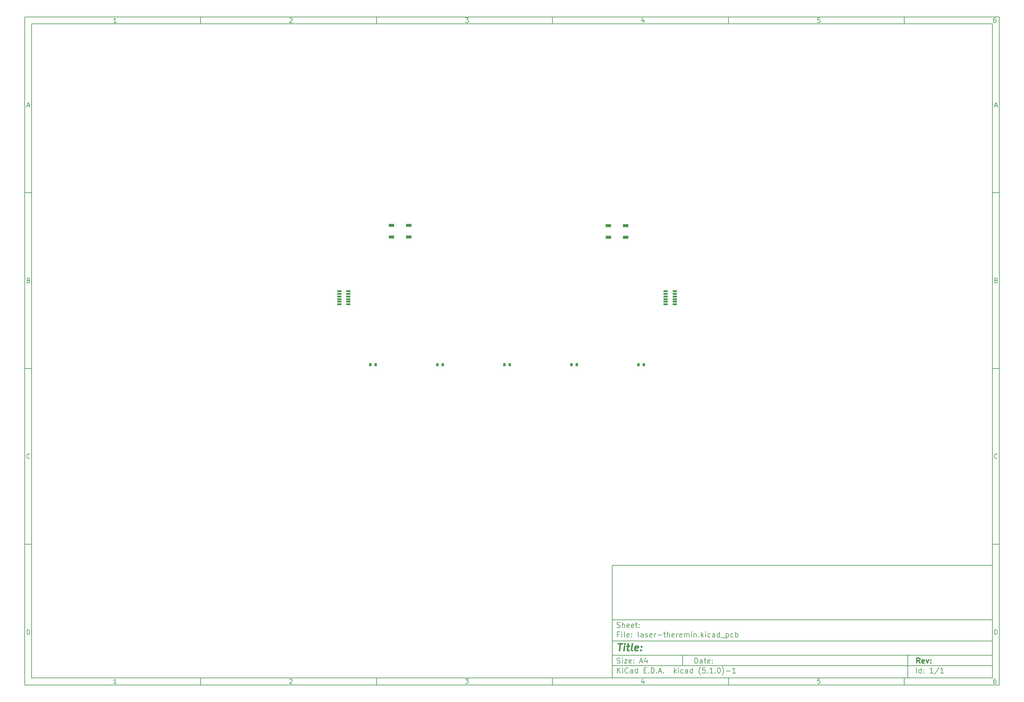
<source format=gtp>
G04 #@! TF.GenerationSoftware,KiCad,Pcbnew,(5.1.0)-1*
G04 #@! TF.CreationDate,2019-06-18T01:36:36-06:00*
G04 #@! TF.ProjectId,laser-theremin,6c617365-722d-4746-9865-72656d696e2e,rev?*
G04 #@! TF.SameCoordinates,Original*
G04 #@! TF.FileFunction,Paste,Top*
G04 #@! TF.FilePolarity,Positive*
%FSLAX46Y46*%
G04 Gerber Fmt 4.6, Leading zero omitted, Abs format (unit mm)*
G04 Created by KiCad (PCBNEW (5.1.0)-1) date 2019-06-18 01:36:36*
%MOMM*%
%LPD*%
G04 APERTURE LIST*
%ADD10C,0.100000*%
%ADD11C,0.150000*%
%ADD12C,0.300000*%
%ADD13C,0.400000*%
%ADD14R,0.762000X0.889000*%
%ADD15R,1.498600X0.899160*%
%ADD16R,1.200000X0.550000*%
G04 APERTURE END LIST*
D10*
D11*
X177002200Y-166007200D02*
X177002200Y-198007200D01*
X285002200Y-198007200D01*
X285002200Y-166007200D01*
X177002200Y-166007200D01*
D10*
D11*
X10000000Y-10000000D02*
X10000000Y-200007200D01*
X287002200Y-200007200D01*
X287002200Y-10000000D01*
X10000000Y-10000000D01*
D10*
D11*
X12000000Y-12000000D02*
X12000000Y-198007200D01*
X285002200Y-198007200D01*
X285002200Y-12000000D01*
X12000000Y-12000000D01*
D10*
D11*
X60000000Y-12000000D02*
X60000000Y-10000000D01*
D10*
D11*
X110000000Y-12000000D02*
X110000000Y-10000000D01*
D10*
D11*
X160000000Y-12000000D02*
X160000000Y-10000000D01*
D10*
D11*
X210000000Y-12000000D02*
X210000000Y-10000000D01*
D10*
D11*
X260000000Y-12000000D02*
X260000000Y-10000000D01*
D10*
D11*
X36065476Y-11588095D02*
X35322619Y-11588095D01*
X35694047Y-11588095D02*
X35694047Y-10288095D01*
X35570238Y-10473809D01*
X35446428Y-10597619D01*
X35322619Y-10659523D01*
D10*
D11*
X85322619Y-10411904D02*
X85384523Y-10350000D01*
X85508333Y-10288095D01*
X85817857Y-10288095D01*
X85941666Y-10350000D01*
X86003571Y-10411904D01*
X86065476Y-10535714D01*
X86065476Y-10659523D01*
X86003571Y-10845238D01*
X85260714Y-11588095D01*
X86065476Y-11588095D01*
D10*
D11*
X135260714Y-10288095D02*
X136065476Y-10288095D01*
X135632142Y-10783333D01*
X135817857Y-10783333D01*
X135941666Y-10845238D01*
X136003571Y-10907142D01*
X136065476Y-11030952D01*
X136065476Y-11340476D01*
X136003571Y-11464285D01*
X135941666Y-11526190D01*
X135817857Y-11588095D01*
X135446428Y-11588095D01*
X135322619Y-11526190D01*
X135260714Y-11464285D01*
D10*
D11*
X185941666Y-10721428D02*
X185941666Y-11588095D01*
X185632142Y-10226190D02*
X185322619Y-11154761D01*
X186127380Y-11154761D01*
D10*
D11*
X236003571Y-10288095D02*
X235384523Y-10288095D01*
X235322619Y-10907142D01*
X235384523Y-10845238D01*
X235508333Y-10783333D01*
X235817857Y-10783333D01*
X235941666Y-10845238D01*
X236003571Y-10907142D01*
X236065476Y-11030952D01*
X236065476Y-11340476D01*
X236003571Y-11464285D01*
X235941666Y-11526190D01*
X235817857Y-11588095D01*
X235508333Y-11588095D01*
X235384523Y-11526190D01*
X235322619Y-11464285D01*
D10*
D11*
X285941666Y-10288095D02*
X285694047Y-10288095D01*
X285570238Y-10350000D01*
X285508333Y-10411904D01*
X285384523Y-10597619D01*
X285322619Y-10845238D01*
X285322619Y-11340476D01*
X285384523Y-11464285D01*
X285446428Y-11526190D01*
X285570238Y-11588095D01*
X285817857Y-11588095D01*
X285941666Y-11526190D01*
X286003571Y-11464285D01*
X286065476Y-11340476D01*
X286065476Y-11030952D01*
X286003571Y-10907142D01*
X285941666Y-10845238D01*
X285817857Y-10783333D01*
X285570238Y-10783333D01*
X285446428Y-10845238D01*
X285384523Y-10907142D01*
X285322619Y-11030952D01*
D10*
D11*
X60000000Y-198007200D02*
X60000000Y-200007200D01*
D10*
D11*
X110000000Y-198007200D02*
X110000000Y-200007200D01*
D10*
D11*
X160000000Y-198007200D02*
X160000000Y-200007200D01*
D10*
D11*
X210000000Y-198007200D02*
X210000000Y-200007200D01*
D10*
D11*
X260000000Y-198007200D02*
X260000000Y-200007200D01*
D10*
D11*
X36065476Y-199595295D02*
X35322619Y-199595295D01*
X35694047Y-199595295D02*
X35694047Y-198295295D01*
X35570238Y-198481009D01*
X35446428Y-198604819D01*
X35322619Y-198666723D01*
D10*
D11*
X85322619Y-198419104D02*
X85384523Y-198357200D01*
X85508333Y-198295295D01*
X85817857Y-198295295D01*
X85941666Y-198357200D01*
X86003571Y-198419104D01*
X86065476Y-198542914D01*
X86065476Y-198666723D01*
X86003571Y-198852438D01*
X85260714Y-199595295D01*
X86065476Y-199595295D01*
D10*
D11*
X135260714Y-198295295D02*
X136065476Y-198295295D01*
X135632142Y-198790533D01*
X135817857Y-198790533D01*
X135941666Y-198852438D01*
X136003571Y-198914342D01*
X136065476Y-199038152D01*
X136065476Y-199347676D01*
X136003571Y-199471485D01*
X135941666Y-199533390D01*
X135817857Y-199595295D01*
X135446428Y-199595295D01*
X135322619Y-199533390D01*
X135260714Y-199471485D01*
D10*
D11*
X185941666Y-198728628D02*
X185941666Y-199595295D01*
X185632142Y-198233390D02*
X185322619Y-199161961D01*
X186127380Y-199161961D01*
D10*
D11*
X236003571Y-198295295D02*
X235384523Y-198295295D01*
X235322619Y-198914342D01*
X235384523Y-198852438D01*
X235508333Y-198790533D01*
X235817857Y-198790533D01*
X235941666Y-198852438D01*
X236003571Y-198914342D01*
X236065476Y-199038152D01*
X236065476Y-199347676D01*
X236003571Y-199471485D01*
X235941666Y-199533390D01*
X235817857Y-199595295D01*
X235508333Y-199595295D01*
X235384523Y-199533390D01*
X235322619Y-199471485D01*
D10*
D11*
X285941666Y-198295295D02*
X285694047Y-198295295D01*
X285570238Y-198357200D01*
X285508333Y-198419104D01*
X285384523Y-198604819D01*
X285322619Y-198852438D01*
X285322619Y-199347676D01*
X285384523Y-199471485D01*
X285446428Y-199533390D01*
X285570238Y-199595295D01*
X285817857Y-199595295D01*
X285941666Y-199533390D01*
X286003571Y-199471485D01*
X286065476Y-199347676D01*
X286065476Y-199038152D01*
X286003571Y-198914342D01*
X285941666Y-198852438D01*
X285817857Y-198790533D01*
X285570238Y-198790533D01*
X285446428Y-198852438D01*
X285384523Y-198914342D01*
X285322619Y-199038152D01*
D10*
D11*
X10000000Y-60000000D02*
X12000000Y-60000000D01*
D10*
D11*
X10000000Y-110000000D02*
X12000000Y-110000000D01*
D10*
D11*
X10000000Y-160000000D02*
X12000000Y-160000000D01*
D10*
D11*
X10690476Y-35216666D02*
X11309523Y-35216666D01*
X10566666Y-35588095D02*
X11000000Y-34288095D01*
X11433333Y-35588095D01*
D10*
D11*
X11092857Y-84907142D02*
X11278571Y-84969047D01*
X11340476Y-85030952D01*
X11402380Y-85154761D01*
X11402380Y-85340476D01*
X11340476Y-85464285D01*
X11278571Y-85526190D01*
X11154761Y-85588095D01*
X10659523Y-85588095D01*
X10659523Y-84288095D01*
X11092857Y-84288095D01*
X11216666Y-84350000D01*
X11278571Y-84411904D01*
X11340476Y-84535714D01*
X11340476Y-84659523D01*
X11278571Y-84783333D01*
X11216666Y-84845238D01*
X11092857Y-84907142D01*
X10659523Y-84907142D01*
D10*
D11*
X11402380Y-135464285D02*
X11340476Y-135526190D01*
X11154761Y-135588095D01*
X11030952Y-135588095D01*
X10845238Y-135526190D01*
X10721428Y-135402380D01*
X10659523Y-135278571D01*
X10597619Y-135030952D01*
X10597619Y-134845238D01*
X10659523Y-134597619D01*
X10721428Y-134473809D01*
X10845238Y-134350000D01*
X11030952Y-134288095D01*
X11154761Y-134288095D01*
X11340476Y-134350000D01*
X11402380Y-134411904D01*
D10*
D11*
X10659523Y-185588095D02*
X10659523Y-184288095D01*
X10969047Y-184288095D01*
X11154761Y-184350000D01*
X11278571Y-184473809D01*
X11340476Y-184597619D01*
X11402380Y-184845238D01*
X11402380Y-185030952D01*
X11340476Y-185278571D01*
X11278571Y-185402380D01*
X11154761Y-185526190D01*
X10969047Y-185588095D01*
X10659523Y-185588095D01*
D10*
D11*
X287002200Y-60000000D02*
X285002200Y-60000000D01*
D10*
D11*
X287002200Y-110000000D02*
X285002200Y-110000000D01*
D10*
D11*
X287002200Y-160000000D02*
X285002200Y-160000000D01*
D10*
D11*
X285692676Y-35216666D02*
X286311723Y-35216666D01*
X285568866Y-35588095D02*
X286002200Y-34288095D01*
X286435533Y-35588095D01*
D10*
D11*
X286095057Y-84907142D02*
X286280771Y-84969047D01*
X286342676Y-85030952D01*
X286404580Y-85154761D01*
X286404580Y-85340476D01*
X286342676Y-85464285D01*
X286280771Y-85526190D01*
X286156961Y-85588095D01*
X285661723Y-85588095D01*
X285661723Y-84288095D01*
X286095057Y-84288095D01*
X286218866Y-84350000D01*
X286280771Y-84411904D01*
X286342676Y-84535714D01*
X286342676Y-84659523D01*
X286280771Y-84783333D01*
X286218866Y-84845238D01*
X286095057Y-84907142D01*
X285661723Y-84907142D01*
D10*
D11*
X286404580Y-135464285D02*
X286342676Y-135526190D01*
X286156961Y-135588095D01*
X286033152Y-135588095D01*
X285847438Y-135526190D01*
X285723628Y-135402380D01*
X285661723Y-135278571D01*
X285599819Y-135030952D01*
X285599819Y-134845238D01*
X285661723Y-134597619D01*
X285723628Y-134473809D01*
X285847438Y-134350000D01*
X286033152Y-134288095D01*
X286156961Y-134288095D01*
X286342676Y-134350000D01*
X286404580Y-134411904D01*
D10*
D11*
X285661723Y-185588095D02*
X285661723Y-184288095D01*
X285971247Y-184288095D01*
X286156961Y-184350000D01*
X286280771Y-184473809D01*
X286342676Y-184597619D01*
X286404580Y-184845238D01*
X286404580Y-185030952D01*
X286342676Y-185278571D01*
X286280771Y-185402380D01*
X286156961Y-185526190D01*
X285971247Y-185588095D01*
X285661723Y-185588095D01*
D10*
D11*
X200434342Y-193785771D02*
X200434342Y-192285771D01*
X200791485Y-192285771D01*
X201005771Y-192357200D01*
X201148628Y-192500057D01*
X201220057Y-192642914D01*
X201291485Y-192928628D01*
X201291485Y-193142914D01*
X201220057Y-193428628D01*
X201148628Y-193571485D01*
X201005771Y-193714342D01*
X200791485Y-193785771D01*
X200434342Y-193785771D01*
X202577200Y-193785771D02*
X202577200Y-193000057D01*
X202505771Y-192857200D01*
X202362914Y-192785771D01*
X202077200Y-192785771D01*
X201934342Y-192857200D01*
X202577200Y-193714342D02*
X202434342Y-193785771D01*
X202077200Y-193785771D01*
X201934342Y-193714342D01*
X201862914Y-193571485D01*
X201862914Y-193428628D01*
X201934342Y-193285771D01*
X202077200Y-193214342D01*
X202434342Y-193214342D01*
X202577200Y-193142914D01*
X203077200Y-192785771D02*
X203648628Y-192785771D01*
X203291485Y-192285771D02*
X203291485Y-193571485D01*
X203362914Y-193714342D01*
X203505771Y-193785771D01*
X203648628Y-193785771D01*
X204720057Y-193714342D02*
X204577200Y-193785771D01*
X204291485Y-193785771D01*
X204148628Y-193714342D01*
X204077200Y-193571485D01*
X204077200Y-193000057D01*
X204148628Y-192857200D01*
X204291485Y-192785771D01*
X204577200Y-192785771D01*
X204720057Y-192857200D01*
X204791485Y-193000057D01*
X204791485Y-193142914D01*
X204077200Y-193285771D01*
X205434342Y-193642914D02*
X205505771Y-193714342D01*
X205434342Y-193785771D01*
X205362914Y-193714342D01*
X205434342Y-193642914D01*
X205434342Y-193785771D01*
X205434342Y-192857200D02*
X205505771Y-192928628D01*
X205434342Y-193000057D01*
X205362914Y-192928628D01*
X205434342Y-192857200D01*
X205434342Y-193000057D01*
D10*
D11*
X177002200Y-194507200D02*
X285002200Y-194507200D01*
D10*
D11*
X178434342Y-196585771D02*
X178434342Y-195085771D01*
X179291485Y-196585771D02*
X178648628Y-195728628D01*
X179291485Y-195085771D02*
X178434342Y-195942914D01*
X179934342Y-196585771D02*
X179934342Y-195585771D01*
X179934342Y-195085771D02*
X179862914Y-195157200D01*
X179934342Y-195228628D01*
X180005771Y-195157200D01*
X179934342Y-195085771D01*
X179934342Y-195228628D01*
X181505771Y-196442914D02*
X181434342Y-196514342D01*
X181220057Y-196585771D01*
X181077200Y-196585771D01*
X180862914Y-196514342D01*
X180720057Y-196371485D01*
X180648628Y-196228628D01*
X180577200Y-195942914D01*
X180577200Y-195728628D01*
X180648628Y-195442914D01*
X180720057Y-195300057D01*
X180862914Y-195157200D01*
X181077200Y-195085771D01*
X181220057Y-195085771D01*
X181434342Y-195157200D01*
X181505771Y-195228628D01*
X182791485Y-196585771D02*
X182791485Y-195800057D01*
X182720057Y-195657200D01*
X182577200Y-195585771D01*
X182291485Y-195585771D01*
X182148628Y-195657200D01*
X182791485Y-196514342D02*
X182648628Y-196585771D01*
X182291485Y-196585771D01*
X182148628Y-196514342D01*
X182077200Y-196371485D01*
X182077200Y-196228628D01*
X182148628Y-196085771D01*
X182291485Y-196014342D01*
X182648628Y-196014342D01*
X182791485Y-195942914D01*
X184148628Y-196585771D02*
X184148628Y-195085771D01*
X184148628Y-196514342D02*
X184005771Y-196585771D01*
X183720057Y-196585771D01*
X183577200Y-196514342D01*
X183505771Y-196442914D01*
X183434342Y-196300057D01*
X183434342Y-195871485D01*
X183505771Y-195728628D01*
X183577200Y-195657200D01*
X183720057Y-195585771D01*
X184005771Y-195585771D01*
X184148628Y-195657200D01*
X186005771Y-195800057D02*
X186505771Y-195800057D01*
X186720057Y-196585771D02*
X186005771Y-196585771D01*
X186005771Y-195085771D01*
X186720057Y-195085771D01*
X187362914Y-196442914D02*
X187434342Y-196514342D01*
X187362914Y-196585771D01*
X187291485Y-196514342D01*
X187362914Y-196442914D01*
X187362914Y-196585771D01*
X188077200Y-196585771D02*
X188077200Y-195085771D01*
X188434342Y-195085771D01*
X188648628Y-195157200D01*
X188791485Y-195300057D01*
X188862914Y-195442914D01*
X188934342Y-195728628D01*
X188934342Y-195942914D01*
X188862914Y-196228628D01*
X188791485Y-196371485D01*
X188648628Y-196514342D01*
X188434342Y-196585771D01*
X188077200Y-196585771D01*
X189577200Y-196442914D02*
X189648628Y-196514342D01*
X189577200Y-196585771D01*
X189505771Y-196514342D01*
X189577200Y-196442914D01*
X189577200Y-196585771D01*
X190220057Y-196157200D02*
X190934342Y-196157200D01*
X190077200Y-196585771D02*
X190577200Y-195085771D01*
X191077200Y-196585771D01*
X191577200Y-196442914D02*
X191648628Y-196514342D01*
X191577200Y-196585771D01*
X191505771Y-196514342D01*
X191577200Y-196442914D01*
X191577200Y-196585771D01*
X194577200Y-196585771D02*
X194577200Y-195085771D01*
X194720057Y-196014342D02*
X195148628Y-196585771D01*
X195148628Y-195585771D02*
X194577200Y-196157200D01*
X195791485Y-196585771D02*
X195791485Y-195585771D01*
X195791485Y-195085771D02*
X195720057Y-195157200D01*
X195791485Y-195228628D01*
X195862914Y-195157200D01*
X195791485Y-195085771D01*
X195791485Y-195228628D01*
X197148628Y-196514342D02*
X197005771Y-196585771D01*
X196720057Y-196585771D01*
X196577200Y-196514342D01*
X196505771Y-196442914D01*
X196434342Y-196300057D01*
X196434342Y-195871485D01*
X196505771Y-195728628D01*
X196577200Y-195657200D01*
X196720057Y-195585771D01*
X197005771Y-195585771D01*
X197148628Y-195657200D01*
X198434342Y-196585771D02*
X198434342Y-195800057D01*
X198362914Y-195657200D01*
X198220057Y-195585771D01*
X197934342Y-195585771D01*
X197791485Y-195657200D01*
X198434342Y-196514342D02*
X198291485Y-196585771D01*
X197934342Y-196585771D01*
X197791485Y-196514342D01*
X197720057Y-196371485D01*
X197720057Y-196228628D01*
X197791485Y-196085771D01*
X197934342Y-196014342D01*
X198291485Y-196014342D01*
X198434342Y-195942914D01*
X199791485Y-196585771D02*
X199791485Y-195085771D01*
X199791485Y-196514342D02*
X199648628Y-196585771D01*
X199362914Y-196585771D01*
X199220057Y-196514342D01*
X199148628Y-196442914D01*
X199077200Y-196300057D01*
X199077200Y-195871485D01*
X199148628Y-195728628D01*
X199220057Y-195657200D01*
X199362914Y-195585771D01*
X199648628Y-195585771D01*
X199791485Y-195657200D01*
X202077200Y-197157200D02*
X202005771Y-197085771D01*
X201862914Y-196871485D01*
X201791485Y-196728628D01*
X201720057Y-196514342D01*
X201648628Y-196157200D01*
X201648628Y-195871485D01*
X201720057Y-195514342D01*
X201791485Y-195300057D01*
X201862914Y-195157200D01*
X202005771Y-194942914D01*
X202077200Y-194871485D01*
X203362914Y-195085771D02*
X202648628Y-195085771D01*
X202577200Y-195800057D01*
X202648628Y-195728628D01*
X202791485Y-195657200D01*
X203148628Y-195657200D01*
X203291485Y-195728628D01*
X203362914Y-195800057D01*
X203434342Y-195942914D01*
X203434342Y-196300057D01*
X203362914Y-196442914D01*
X203291485Y-196514342D01*
X203148628Y-196585771D01*
X202791485Y-196585771D01*
X202648628Y-196514342D01*
X202577200Y-196442914D01*
X204077200Y-196442914D02*
X204148628Y-196514342D01*
X204077200Y-196585771D01*
X204005771Y-196514342D01*
X204077200Y-196442914D01*
X204077200Y-196585771D01*
X205577200Y-196585771D02*
X204720057Y-196585771D01*
X205148628Y-196585771D02*
X205148628Y-195085771D01*
X205005771Y-195300057D01*
X204862914Y-195442914D01*
X204720057Y-195514342D01*
X206220057Y-196442914D02*
X206291485Y-196514342D01*
X206220057Y-196585771D01*
X206148628Y-196514342D01*
X206220057Y-196442914D01*
X206220057Y-196585771D01*
X207220057Y-195085771D02*
X207362914Y-195085771D01*
X207505771Y-195157200D01*
X207577200Y-195228628D01*
X207648628Y-195371485D01*
X207720057Y-195657200D01*
X207720057Y-196014342D01*
X207648628Y-196300057D01*
X207577200Y-196442914D01*
X207505771Y-196514342D01*
X207362914Y-196585771D01*
X207220057Y-196585771D01*
X207077200Y-196514342D01*
X207005771Y-196442914D01*
X206934342Y-196300057D01*
X206862914Y-196014342D01*
X206862914Y-195657200D01*
X206934342Y-195371485D01*
X207005771Y-195228628D01*
X207077200Y-195157200D01*
X207220057Y-195085771D01*
X208220057Y-197157200D02*
X208291485Y-197085771D01*
X208434342Y-196871485D01*
X208505771Y-196728628D01*
X208577200Y-196514342D01*
X208648628Y-196157200D01*
X208648628Y-195871485D01*
X208577200Y-195514342D01*
X208505771Y-195300057D01*
X208434342Y-195157200D01*
X208291485Y-194942914D01*
X208220057Y-194871485D01*
X209362914Y-196014342D02*
X210505771Y-196014342D01*
X212005771Y-196585771D02*
X211148628Y-196585771D01*
X211577200Y-196585771D02*
X211577200Y-195085771D01*
X211434342Y-195300057D01*
X211291485Y-195442914D01*
X211148628Y-195514342D01*
D10*
D11*
X177002200Y-191507200D02*
X285002200Y-191507200D01*
D10*
D12*
X264411485Y-193785771D02*
X263911485Y-193071485D01*
X263554342Y-193785771D02*
X263554342Y-192285771D01*
X264125771Y-192285771D01*
X264268628Y-192357200D01*
X264340057Y-192428628D01*
X264411485Y-192571485D01*
X264411485Y-192785771D01*
X264340057Y-192928628D01*
X264268628Y-193000057D01*
X264125771Y-193071485D01*
X263554342Y-193071485D01*
X265625771Y-193714342D02*
X265482914Y-193785771D01*
X265197200Y-193785771D01*
X265054342Y-193714342D01*
X264982914Y-193571485D01*
X264982914Y-193000057D01*
X265054342Y-192857200D01*
X265197200Y-192785771D01*
X265482914Y-192785771D01*
X265625771Y-192857200D01*
X265697200Y-193000057D01*
X265697200Y-193142914D01*
X264982914Y-193285771D01*
X266197200Y-192785771D02*
X266554342Y-193785771D01*
X266911485Y-192785771D01*
X267482914Y-193642914D02*
X267554342Y-193714342D01*
X267482914Y-193785771D01*
X267411485Y-193714342D01*
X267482914Y-193642914D01*
X267482914Y-193785771D01*
X267482914Y-192857200D02*
X267554342Y-192928628D01*
X267482914Y-193000057D01*
X267411485Y-192928628D01*
X267482914Y-192857200D01*
X267482914Y-193000057D01*
D10*
D11*
X178362914Y-193714342D02*
X178577200Y-193785771D01*
X178934342Y-193785771D01*
X179077200Y-193714342D01*
X179148628Y-193642914D01*
X179220057Y-193500057D01*
X179220057Y-193357200D01*
X179148628Y-193214342D01*
X179077200Y-193142914D01*
X178934342Y-193071485D01*
X178648628Y-193000057D01*
X178505771Y-192928628D01*
X178434342Y-192857200D01*
X178362914Y-192714342D01*
X178362914Y-192571485D01*
X178434342Y-192428628D01*
X178505771Y-192357200D01*
X178648628Y-192285771D01*
X179005771Y-192285771D01*
X179220057Y-192357200D01*
X179862914Y-193785771D02*
X179862914Y-192785771D01*
X179862914Y-192285771D02*
X179791485Y-192357200D01*
X179862914Y-192428628D01*
X179934342Y-192357200D01*
X179862914Y-192285771D01*
X179862914Y-192428628D01*
X180434342Y-192785771D02*
X181220057Y-192785771D01*
X180434342Y-193785771D01*
X181220057Y-193785771D01*
X182362914Y-193714342D02*
X182220057Y-193785771D01*
X181934342Y-193785771D01*
X181791485Y-193714342D01*
X181720057Y-193571485D01*
X181720057Y-193000057D01*
X181791485Y-192857200D01*
X181934342Y-192785771D01*
X182220057Y-192785771D01*
X182362914Y-192857200D01*
X182434342Y-193000057D01*
X182434342Y-193142914D01*
X181720057Y-193285771D01*
X183077200Y-193642914D02*
X183148628Y-193714342D01*
X183077200Y-193785771D01*
X183005771Y-193714342D01*
X183077200Y-193642914D01*
X183077200Y-193785771D01*
X183077200Y-192857200D02*
X183148628Y-192928628D01*
X183077200Y-193000057D01*
X183005771Y-192928628D01*
X183077200Y-192857200D01*
X183077200Y-193000057D01*
X184862914Y-193357200D02*
X185577200Y-193357200D01*
X184720057Y-193785771D02*
X185220057Y-192285771D01*
X185720057Y-193785771D01*
X186862914Y-192785771D02*
X186862914Y-193785771D01*
X186505771Y-192214342D02*
X186148628Y-193285771D01*
X187077200Y-193285771D01*
D10*
D11*
X263434342Y-196585771D02*
X263434342Y-195085771D01*
X264791485Y-196585771D02*
X264791485Y-195085771D01*
X264791485Y-196514342D02*
X264648628Y-196585771D01*
X264362914Y-196585771D01*
X264220057Y-196514342D01*
X264148628Y-196442914D01*
X264077200Y-196300057D01*
X264077200Y-195871485D01*
X264148628Y-195728628D01*
X264220057Y-195657200D01*
X264362914Y-195585771D01*
X264648628Y-195585771D01*
X264791485Y-195657200D01*
X265505771Y-196442914D02*
X265577200Y-196514342D01*
X265505771Y-196585771D01*
X265434342Y-196514342D01*
X265505771Y-196442914D01*
X265505771Y-196585771D01*
X265505771Y-195657200D02*
X265577200Y-195728628D01*
X265505771Y-195800057D01*
X265434342Y-195728628D01*
X265505771Y-195657200D01*
X265505771Y-195800057D01*
X268148628Y-196585771D02*
X267291485Y-196585771D01*
X267720057Y-196585771D02*
X267720057Y-195085771D01*
X267577200Y-195300057D01*
X267434342Y-195442914D01*
X267291485Y-195514342D01*
X269862914Y-195014342D02*
X268577200Y-196942914D01*
X271148628Y-196585771D02*
X270291485Y-196585771D01*
X270720057Y-196585771D02*
X270720057Y-195085771D01*
X270577200Y-195300057D01*
X270434342Y-195442914D01*
X270291485Y-195514342D01*
D10*
D11*
X177002200Y-187507200D02*
X285002200Y-187507200D01*
D10*
D13*
X178714580Y-188211961D02*
X179857438Y-188211961D01*
X179036009Y-190211961D02*
X179286009Y-188211961D01*
X180274104Y-190211961D02*
X180440771Y-188878628D01*
X180524104Y-188211961D02*
X180416961Y-188307200D01*
X180500295Y-188402438D01*
X180607438Y-188307200D01*
X180524104Y-188211961D01*
X180500295Y-188402438D01*
X181107438Y-188878628D02*
X181869342Y-188878628D01*
X181476485Y-188211961D02*
X181262200Y-189926247D01*
X181333628Y-190116723D01*
X181512200Y-190211961D01*
X181702676Y-190211961D01*
X182655057Y-190211961D02*
X182476485Y-190116723D01*
X182405057Y-189926247D01*
X182619342Y-188211961D01*
X184190771Y-190116723D02*
X183988390Y-190211961D01*
X183607438Y-190211961D01*
X183428866Y-190116723D01*
X183357438Y-189926247D01*
X183452676Y-189164342D01*
X183571723Y-188973866D01*
X183774104Y-188878628D01*
X184155057Y-188878628D01*
X184333628Y-188973866D01*
X184405057Y-189164342D01*
X184381247Y-189354819D01*
X183405057Y-189545295D01*
X185155057Y-190021485D02*
X185238390Y-190116723D01*
X185131247Y-190211961D01*
X185047914Y-190116723D01*
X185155057Y-190021485D01*
X185131247Y-190211961D01*
X185286009Y-188973866D02*
X185369342Y-189069104D01*
X185262200Y-189164342D01*
X185178866Y-189069104D01*
X185286009Y-188973866D01*
X185262200Y-189164342D01*
D10*
D11*
X178934342Y-185600057D02*
X178434342Y-185600057D01*
X178434342Y-186385771D02*
X178434342Y-184885771D01*
X179148628Y-184885771D01*
X179720057Y-186385771D02*
X179720057Y-185385771D01*
X179720057Y-184885771D02*
X179648628Y-184957200D01*
X179720057Y-185028628D01*
X179791485Y-184957200D01*
X179720057Y-184885771D01*
X179720057Y-185028628D01*
X180648628Y-186385771D02*
X180505771Y-186314342D01*
X180434342Y-186171485D01*
X180434342Y-184885771D01*
X181791485Y-186314342D02*
X181648628Y-186385771D01*
X181362914Y-186385771D01*
X181220057Y-186314342D01*
X181148628Y-186171485D01*
X181148628Y-185600057D01*
X181220057Y-185457200D01*
X181362914Y-185385771D01*
X181648628Y-185385771D01*
X181791485Y-185457200D01*
X181862914Y-185600057D01*
X181862914Y-185742914D01*
X181148628Y-185885771D01*
X182505771Y-186242914D02*
X182577200Y-186314342D01*
X182505771Y-186385771D01*
X182434342Y-186314342D01*
X182505771Y-186242914D01*
X182505771Y-186385771D01*
X182505771Y-185457200D02*
X182577200Y-185528628D01*
X182505771Y-185600057D01*
X182434342Y-185528628D01*
X182505771Y-185457200D01*
X182505771Y-185600057D01*
X184577200Y-186385771D02*
X184434342Y-186314342D01*
X184362914Y-186171485D01*
X184362914Y-184885771D01*
X185791485Y-186385771D02*
X185791485Y-185600057D01*
X185720057Y-185457200D01*
X185577200Y-185385771D01*
X185291485Y-185385771D01*
X185148628Y-185457200D01*
X185791485Y-186314342D02*
X185648628Y-186385771D01*
X185291485Y-186385771D01*
X185148628Y-186314342D01*
X185077200Y-186171485D01*
X185077200Y-186028628D01*
X185148628Y-185885771D01*
X185291485Y-185814342D01*
X185648628Y-185814342D01*
X185791485Y-185742914D01*
X186434342Y-186314342D02*
X186577200Y-186385771D01*
X186862914Y-186385771D01*
X187005771Y-186314342D01*
X187077200Y-186171485D01*
X187077200Y-186100057D01*
X187005771Y-185957200D01*
X186862914Y-185885771D01*
X186648628Y-185885771D01*
X186505771Y-185814342D01*
X186434342Y-185671485D01*
X186434342Y-185600057D01*
X186505771Y-185457200D01*
X186648628Y-185385771D01*
X186862914Y-185385771D01*
X187005771Y-185457200D01*
X188291485Y-186314342D02*
X188148628Y-186385771D01*
X187862914Y-186385771D01*
X187720057Y-186314342D01*
X187648628Y-186171485D01*
X187648628Y-185600057D01*
X187720057Y-185457200D01*
X187862914Y-185385771D01*
X188148628Y-185385771D01*
X188291485Y-185457200D01*
X188362914Y-185600057D01*
X188362914Y-185742914D01*
X187648628Y-185885771D01*
X189005771Y-186385771D02*
X189005771Y-185385771D01*
X189005771Y-185671485D02*
X189077200Y-185528628D01*
X189148628Y-185457200D01*
X189291485Y-185385771D01*
X189434342Y-185385771D01*
X189934342Y-185814342D02*
X191077200Y-185814342D01*
X191577200Y-185385771D02*
X192148628Y-185385771D01*
X191791485Y-184885771D02*
X191791485Y-186171485D01*
X191862914Y-186314342D01*
X192005771Y-186385771D01*
X192148628Y-186385771D01*
X192648628Y-186385771D02*
X192648628Y-184885771D01*
X193291485Y-186385771D02*
X193291485Y-185600057D01*
X193220057Y-185457200D01*
X193077200Y-185385771D01*
X192862914Y-185385771D01*
X192720057Y-185457200D01*
X192648628Y-185528628D01*
X194577200Y-186314342D02*
X194434342Y-186385771D01*
X194148628Y-186385771D01*
X194005771Y-186314342D01*
X193934342Y-186171485D01*
X193934342Y-185600057D01*
X194005771Y-185457200D01*
X194148628Y-185385771D01*
X194434342Y-185385771D01*
X194577200Y-185457200D01*
X194648628Y-185600057D01*
X194648628Y-185742914D01*
X193934342Y-185885771D01*
X195291485Y-186385771D02*
X195291485Y-185385771D01*
X195291485Y-185671485D02*
X195362914Y-185528628D01*
X195434342Y-185457200D01*
X195577200Y-185385771D01*
X195720057Y-185385771D01*
X196791485Y-186314342D02*
X196648628Y-186385771D01*
X196362914Y-186385771D01*
X196220057Y-186314342D01*
X196148628Y-186171485D01*
X196148628Y-185600057D01*
X196220057Y-185457200D01*
X196362914Y-185385771D01*
X196648628Y-185385771D01*
X196791485Y-185457200D01*
X196862914Y-185600057D01*
X196862914Y-185742914D01*
X196148628Y-185885771D01*
X197505771Y-186385771D02*
X197505771Y-185385771D01*
X197505771Y-185528628D02*
X197577200Y-185457200D01*
X197720057Y-185385771D01*
X197934342Y-185385771D01*
X198077200Y-185457200D01*
X198148628Y-185600057D01*
X198148628Y-186385771D01*
X198148628Y-185600057D02*
X198220057Y-185457200D01*
X198362914Y-185385771D01*
X198577200Y-185385771D01*
X198720057Y-185457200D01*
X198791485Y-185600057D01*
X198791485Y-186385771D01*
X199505771Y-186385771D02*
X199505771Y-185385771D01*
X199505771Y-184885771D02*
X199434342Y-184957200D01*
X199505771Y-185028628D01*
X199577200Y-184957200D01*
X199505771Y-184885771D01*
X199505771Y-185028628D01*
X200220057Y-185385771D02*
X200220057Y-186385771D01*
X200220057Y-185528628D02*
X200291485Y-185457200D01*
X200434342Y-185385771D01*
X200648628Y-185385771D01*
X200791485Y-185457200D01*
X200862914Y-185600057D01*
X200862914Y-186385771D01*
X201577200Y-186242914D02*
X201648628Y-186314342D01*
X201577200Y-186385771D01*
X201505771Y-186314342D01*
X201577200Y-186242914D01*
X201577200Y-186385771D01*
X202291485Y-186385771D02*
X202291485Y-184885771D01*
X202434342Y-185814342D02*
X202862914Y-186385771D01*
X202862914Y-185385771D02*
X202291485Y-185957200D01*
X203505771Y-186385771D02*
X203505771Y-185385771D01*
X203505771Y-184885771D02*
X203434342Y-184957200D01*
X203505771Y-185028628D01*
X203577200Y-184957200D01*
X203505771Y-184885771D01*
X203505771Y-185028628D01*
X204862914Y-186314342D02*
X204720057Y-186385771D01*
X204434342Y-186385771D01*
X204291485Y-186314342D01*
X204220057Y-186242914D01*
X204148628Y-186100057D01*
X204148628Y-185671485D01*
X204220057Y-185528628D01*
X204291485Y-185457200D01*
X204434342Y-185385771D01*
X204720057Y-185385771D01*
X204862914Y-185457200D01*
X206148628Y-186385771D02*
X206148628Y-185600057D01*
X206077200Y-185457200D01*
X205934342Y-185385771D01*
X205648628Y-185385771D01*
X205505771Y-185457200D01*
X206148628Y-186314342D02*
X206005771Y-186385771D01*
X205648628Y-186385771D01*
X205505771Y-186314342D01*
X205434342Y-186171485D01*
X205434342Y-186028628D01*
X205505771Y-185885771D01*
X205648628Y-185814342D01*
X206005771Y-185814342D01*
X206148628Y-185742914D01*
X207505771Y-186385771D02*
X207505771Y-184885771D01*
X207505771Y-186314342D02*
X207362914Y-186385771D01*
X207077200Y-186385771D01*
X206934342Y-186314342D01*
X206862914Y-186242914D01*
X206791485Y-186100057D01*
X206791485Y-185671485D01*
X206862914Y-185528628D01*
X206934342Y-185457200D01*
X207077200Y-185385771D01*
X207362914Y-185385771D01*
X207505771Y-185457200D01*
X207862914Y-186528628D02*
X209005771Y-186528628D01*
X209362914Y-185385771D02*
X209362914Y-186885771D01*
X209362914Y-185457200D02*
X209505771Y-185385771D01*
X209791485Y-185385771D01*
X209934342Y-185457200D01*
X210005771Y-185528628D01*
X210077200Y-185671485D01*
X210077200Y-186100057D01*
X210005771Y-186242914D01*
X209934342Y-186314342D01*
X209791485Y-186385771D01*
X209505771Y-186385771D01*
X209362914Y-186314342D01*
X211362914Y-186314342D02*
X211220057Y-186385771D01*
X210934342Y-186385771D01*
X210791485Y-186314342D01*
X210720057Y-186242914D01*
X210648628Y-186100057D01*
X210648628Y-185671485D01*
X210720057Y-185528628D01*
X210791485Y-185457200D01*
X210934342Y-185385771D01*
X211220057Y-185385771D01*
X211362914Y-185457200D01*
X212005771Y-186385771D02*
X212005771Y-184885771D01*
X212005771Y-185457200D02*
X212148628Y-185385771D01*
X212434342Y-185385771D01*
X212577200Y-185457200D01*
X212648628Y-185528628D01*
X212720057Y-185671485D01*
X212720057Y-186100057D01*
X212648628Y-186242914D01*
X212577200Y-186314342D01*
X212434342Y-186385771D01*
X212148628Y-186385771D01*
X212005771Y-186314342D01*
D10*
D11*
X177002200Y-181507200D02*
X285002200Y-181507200D01*
D10*
D11*
X178362914Y-183614342D02*
X178577200Y-183685771D01*
X178934342Y-183685771D01*
X179077200Y-183614342D01*
X179148628Y-183542914D01*
X179220057Y-183400057D01*
X179220057Y-183257200D01*
X179148628Y-183114342D01*
X179077200Y-183042914D01*
X178934342Y-182971485D01*
X178648628Y-182900057D01*
X178505771Y-182828628D01*
X178434342Y-182757200D01*
X178362914Y-182614342D01*
X178362914Y-182471485D01*
X178434342Y-182328628D01*
X178505771Y-182257200D01*
X178648628Y-182185771D01*
X179005771Y-182185771D01*
X179220057Y-182257200D01*
X179862914Y-183685771D02*
X179862914Y-182185771D01*
X180505771Y-183685771D02*
X180505771Y-182900057D01*
X180434342Y-182757200D01*
X180291485Y-182685771D01*
X180077200Y-182685771D01*
X179934342Y-182757200D01*
X179862914Y-182828628D01*
X181791485Y-183614342D02*
X181648628Y-183685771D01*
X181362914Y-183685771D01*
X181220057Y-183614342D01*
X181148628Y-183471485D01*
X181148628Y-182900057D01*
X181220057Y-182757200D01*
X181362914Y-182685771D01*
X181648628Y-182685771D01*
X181791485Y-182757200D01*
X181862914Y-182900057D01*
X181862914Y-183042914D01*
X181148628Y-183185771D01*
X183077200Y-183614342D02*
X182934342Y-183685771D01*
X182648628Y-183685771D01*
X182505771Y-183614342D01*
X182434342Y-183471485D01*
X182434342Y-182900057D01*
X182505771Y-182757200D01*
X182648628Y-182685771D01*
X182934342Y-182685771D01*
X183077200Y-182757200D01*
X183148628Y-182900057D01*
X183148628Y-183042914D01*
X182434342Y-183185771D01*
X183577200Y-182685771D02*
X184148628Y-182685771D01*
X183791485Y-182185771D02*
X183791485Y-183471485D01*
X183862914Y-183614342D01*
X184005771Y-183685771D01*
X184148628Y-183685771D01*
X184648628Y-183542914D02*
X184720057Y-183614342D01*
X184648628Y-183685771D01*
X184577200Y-183614342D01*
X184648628Y-183542914D01*
X184648628Y-183685771D01*
X184648628Y-182757200D02*
X184720057Y-182828628D01*
X184648628Y-182900057D01*
X184577200Y-182828628D01*
X184648628Y-182757200D01*
X184648628Y-182900057D01*
D10*
D11*
X197002200Y-191507200D02*
X197002200Y-194507200D01*
D10*
D11*
X261002200Y-191507200D02*
X261002200Y-198007200D01*
D14*
X184453000Y-108910000D03*
X185977000Y-108910000D03*
X108258000Y-108910000D03*
X109782000Y-108910000D03*
X127303000Y-108910000D03*
X128827000Y-108910000D03*
X146353000Y-108910000D03*
X147877000Y-108910000D03*
X165403000Y-108910000D03*
X166927000Y-108910000D03*
D15*
X119128560Y-69301540D03*
X119128560Y-72598460D03*
X114231440Y-72598460D03*
X114231440Y-69301540D03*
X180778560Y-69371540D03*
X180778560Y-72668460D03*
X175881440Y-72668460D03*
X175881440Y-69371540D03*
D16*
X194770000Y-91000000D03*
X194770000Y-90250000D03*
X194770000Y-88000000D03*
X194770000Y-88750000D03*
X194770000Y-89500000D03*
X194770000Y-91750000D03*
X192170000Y-88000000D03*
X192170000Y-88750000D03*
X192170000Y-89500000D03*
X192170000Y-90250000D03*
X192170000Y-91000000D03*
X192170000Y-91750000D03*
X99410000Y-91750000D03*
X99410000Y-91000000D03*
X99410000Y-90250000D03*
X99410000Y-89500000D03*
X99410000Y-88750000D03*
X99410000Y-88000000D03*
X102010000Y-91750000D03*
X102010000Y-89500000D03*
X102010000Y-88750000D03*
X102010000Y-88000000D03*
X102010000Y-90250000D03*
X102010000Y-91000000D03*
M02*

</source>
